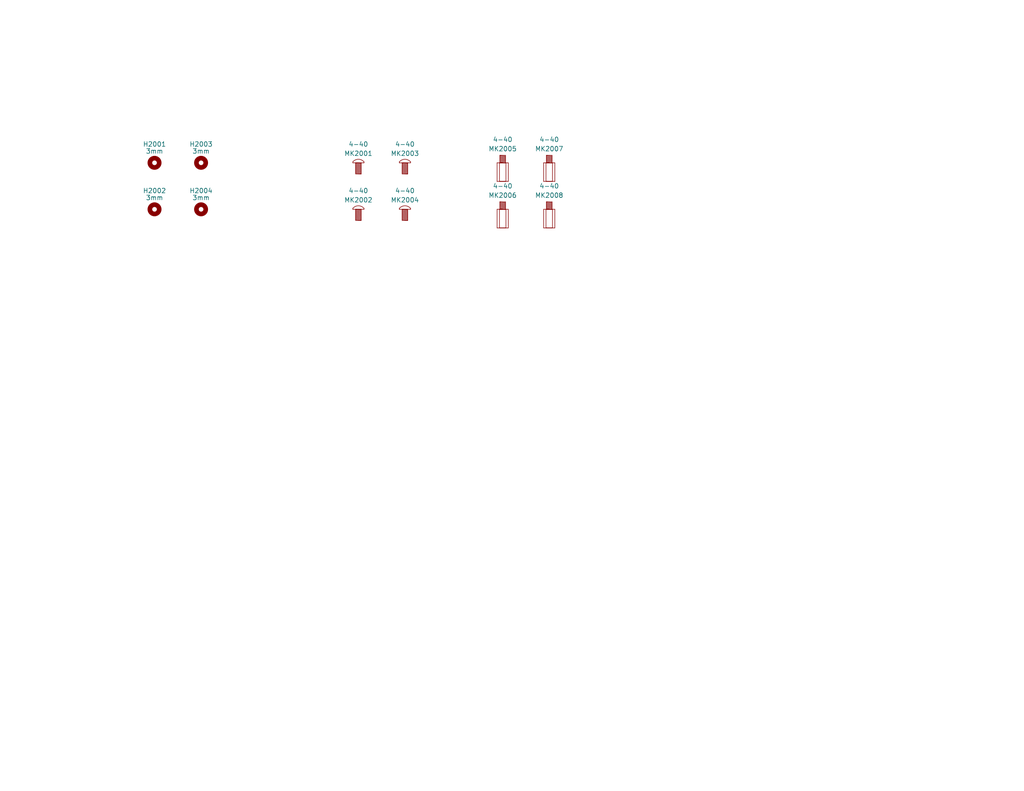
<source format=kicad_sch>
(kicad_sch (version 20230121) (generator eeschema)
  (paper "A")
  (title_block (title "Stopwatch") (date "2024-01-02") (rev "A") (company "Drew Maatman"))
  (lib_symbols
    (symbol "Custom_Library:Screw" (pin_numbers hide) (pin_names (offset 0) hide)
      (property "Reference" "MK" (at 0 2.54 0))
      (property "Value" "Screw" (at 0 5.08 0))
      (symbol "Screw_0_1"
        (rectangle (start -0.762 0) (end 0.762 -3.048))
        (polyline (pts (xy -1.524 0) (xy -1.524 0.254)))
        (polyline (pts (xy -1.524 0) (xy 1.524 0)))
        (polyline (pts (xy -0.762 -2.794) (xy 0.762 -3.048)))
        (polyline (pts (xy -0.762 -2.54) (xy 0.762 -2.794)))
        (polyline (pts (xy -0.762 -2.286) (xy 0.762 -2.54)))
        (polyline (pts (xy -0.762 -2.032) (xy 0.762 -2.286)))
        (polyline (pts (xy -0.762 -1.778) (xy 0.762 -2.032)))
        (polyline (pts (xy -0.762 -1.524) (xy 0.762 -1.778)))
        (polyline (pts (xy -0.762 -1.27) (xy 0.762 -1.524)))
        (polyline (pts (xy -0.762 -1.016) (xy 0.762 -1.27)))
        (polyline (pts (xy -0.762 -0.762) (xy 0.762 -1.016)))
        (polyline (pts (xy -0.762 -0.508) (xy 0.762 -0.762)))
        (polyline (pts (xy -0.762 -0.254) (xy 0.762 -0.508)))
        (polyline (pts (xy -0.762 0) (xy 0.762 -0.254)))
        (polyline (pts (xy 1.524 0) (xy 1.524 0.254)))
        (arc (start 1.524 0.254) (mid 0 0.9678) (end -1.524 0.254))
      )
    )
    (symbol "Custom_Library:Standoff" (pin_numbers hide) (pin_names (offset 0) hide)
      (property "Reference" "MK" (at 0 3.81 0))
      (property "Value" "Standoff" (at 0 6.35 0))
      (symbol "Standoff_0_1"
        (rectangle (start -1.524 -5.08) (end -1.524 0))
        (rectangle (start -1.524 0) (end 1.524 0))
        (rectangle (start -0.889 0) (end 0.889 -5.08))
        (rectangle (start -0.762 0) (end 0.762 0))
        (rectangle (start -0.762 2.032) (end -0.762 0))
        (polyline (pts (xy -0.762 0.254) (xy 0.762 0)))
        (polyline (pts (xy -0.762 0.508) (xy 0.762 0.254)))
        (polyline (pts (xy -0.762 0.762) (xy 0.762 0.508)))
        (polyline (pts (xy -0.762 1.016) (xy 0.762 0.762)))
        (polyline (pts (xy -0.762 1.27) (xy 0.762 1.016)))
        (polyline (pts (xy -0.762 1.524) (xy 0.762 1.27)))
        (polyline (pts (xy -0.762 1.778) (xy 0.762 1.524)))
        (polyline (pts (xy -0.762 2.032) (xy 0.762 1.778)))
        (rectangle (start 0.762 0) (end 0.762 2.032))
        (rectangle (start 0.762 2.032) (end -0.762 2.032))
        (rectangle (start 1.524 -5.08) (end -1.524 -5.08))
        (rectangle (start 1.524 0) (end 1.524 -5.08))
      )
    )
    (symbol "Mechanical:MountingHole" (pin_names (offset 1.016))
      (property "Reference" "H" (at 0 5.08 0))
      (property "Value" "MountingHole" (at 0 3.175 0))
      (symbol "MountingHole_0_1"
        (circle (center 0 0) (radius 1.27) (stroke (width 1.27)))
      )
    )
  )
  (symbol (lib_id "Mechanical:MountingHole") (at 42.164 44.45 0) (unit 1)
    (property "Reference" "H2001" (at 42.164 39.37 0))
    (property "Value" "3mm" (at 42.164 41.275 0))
    (property "Footprint" "MountingHole:MountingHole_3mm" (effects hide))
  )
  (symbol (lib_id "Mechanical:MountingHole") (at 54.864 44.45 0) (unit 1)
    (property "Reference" "H2003" (at 54.864 39.37 0))
    (property "Value" "3mm" (at 54.864 41.275 0))
    (property "Footprint" "MountingHole:MountingHole_3mm" (effects hide))
  )
  (symbol (lib_id "Mechanical:MountingHole") (at 42.164 57.15 0) (unit 1)
    (property "Reference" "H2002" (at 42.164 52.07 0))
    (property "Value" "3mm" (at 42.164 53.975 0))
    (property "Footprint" "MountingHole:MountingHole_3mm" (effects hide))
  )
  (symbol (lib_id "Mechanical:MountingHole") (at 54.864 57.15 0) (unit 1)
    (property "Reference" "H2004" (at 54.864 52.07 0))
    (property "Value" "3mm" (at 54.864 53.975 0))
    (property "Footprint" "MountingHole:MountingHole_3mm" (effects hide))
  )
  (symbol (lib_id "Custom_Library:Screw") (at 97.79 44.45 0) (unit 1)
    (property "Reference" "MK2001" (at 97.79 41.91 0))
    (property "Value" "4-40" (at 97.79 39.37 0))
    (property "Digi-Key PN" "36-9900-ND" (effects hide))
  )
  (symbol (lib_id "Custom_Library:Screw") (at 110.49 44.45 0) (unit 1)
    (property "Reference" "MK2003" (at 110.49 41.91 0))
    (property "Value" "4-40" (at 110.49 39.37 0))
    (property "Digi-Key PN" "36-9900-ND" (effects hide))
  )
  (symbol (lib_id "Custom_Library:Screw") (at 97.79 57.15 0) (unit 1)
    (property "Reference" "MK2002" (at 97.79 54.61 0))
    (property "Value" "4-40" (at 97.79 52.07 0))
    (property "Digi-Key PN" "36-9900-ND" (effects hide))
  )
  (symbol (lib_id "Custom_Library:Screw") (at 110.49 57.15 0) (unit 1)
    (property "Reference" "MK2004" (at 110.49 54.61 0))
    (property "Value" "4-40" (at 110.49 52.07 0))
    (property "Digi-Key PN" "36-9900-ND" (effects hide))
  )
  (symbol (lib_id "Custom_Library:Standoff") (at 137.16 44.45 0) (unit 1)
    (property "Reference" "MK2005" (at 137.16 40.64 0))
    (property "Value" "4-40" (at 137.16 38.1 0))
    (property "Digi-Key PN" "36-1892-ND" (effects hide))
  )
  (symbol (lib_id "Custom_Library:Standoff") (at 149.86 44.45 0) (unit 1)
    (property "Reference" "MK2007" (at 149.86 40.64 0))
    (property "Value" "4-40" (at 149.86 38.1 0))
    (property "Digi-Key PN" "36-1892-ND" (effects hide))
  )
  (symbol (lib_id "Custom_Library:Standoff") (at 137.16 57.15 0) (unit 1)
    (property "Reference" "MK2006" (at 137.16 53.34 0))
    (property "Value" "4-40" (at 137.16 50.8 0))
    (property "Digi-Key PN" "36-1892-ND" (effects hide))
  )
  (symbol (lib_id "Custom_Library:Standoff") (at 149.86 57.15 0) (unit 1)
    (property "Reference" "MK2008" (at 149.86 53.34 0))
    (property "Value" "4-40" (at 149.86 50.8 0))
    (property "Digi-Key PN" "36-1892-ND" (effects hide))
  )
)
</source>
